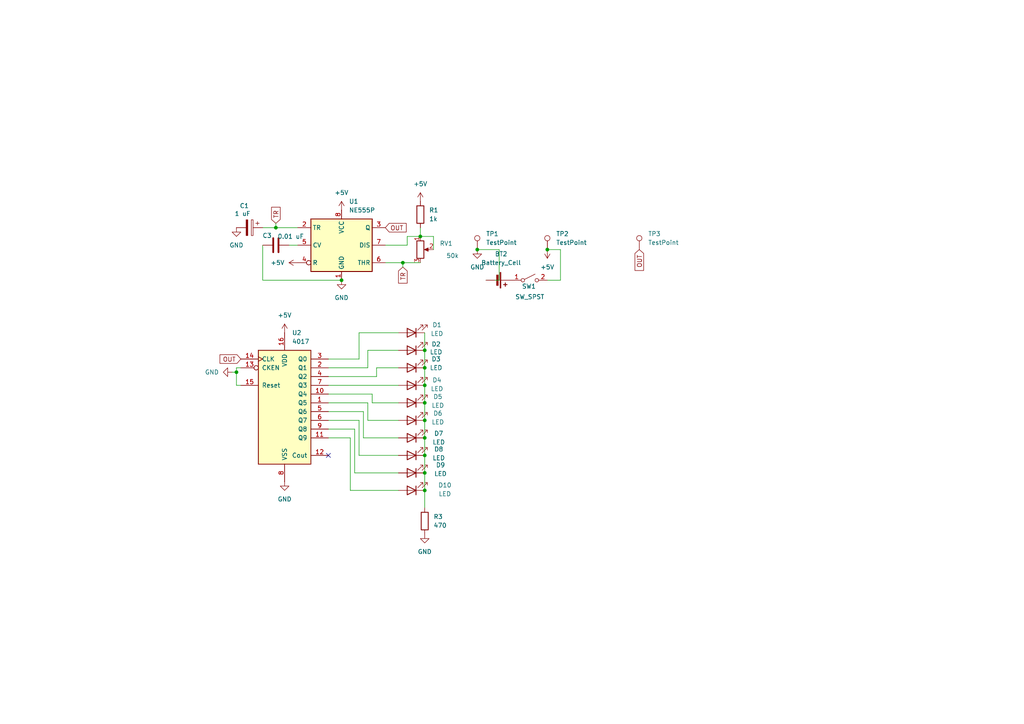
<source format=kicad_sch>
(kicad_sch (version 20250114) (generator "eeschema") (generator_version "9.0")
  (paper "A4")
  (lib_symbols
    (symbol "4xxx:4017" (pin_names (offset 1.016))
      (property "Reference" "U" (at -7.62 16.51 0))
      (property "Value" "4017" (at -7.62 -19.05 0))
      (symbol "4017_1_0"
        (pin input clock (at -12.7 12.7 0) (length 5.08) (name "CLK") (number "14"))
        (pin input inverted (at -12.7 10.16 0) (length 5.08) (name "CKEN") (number "13"))
        (pin input line (at -12.7 5.08 0) (length 5.08) (name "Reset") (number "15"))
        (pin power_in line (at 0 20.32 270) (length 5.08) (name "VDD") (number "16"))
        (pin power_in line (at 0 -22.86 90) (length 5.08) (name "VSS") (number "8"))
        (pin output line (at 12.7 12.7 180) (length 5.08) (name "Q0") (number "3"))
        (pin output line (at 12.7 10.16 180) (length 5.08) (name "Q1") (number "2"))
        (pin output line (at 12.7 7.62 180) (length 5.08) (name "Q2") (number "4"))
        (pin output line (at 12.7 5.08 180) (length 5.08) (name "Q3") (number "7"))
        (pin output line (at 12.7 2.54 180) (length 5.08) (name "Q4") (number "10"))
        (pin output line (at 12.7 0 180) (length 5.08) (name "Q5") (number "1"))
        (pin output line (at 12.7 -2.54 180) (length 5.08) (name "Q6") (number "5"))
        (pin output line (at 12.7 -5.08 180) (length 5.08) (name "Q7") (number "6"))
        (pin output line (at 12.7 -7.62 180) (length 5.08) (name "Q8") (number "9"))
        (pin output line (at 12.7 -10.16 180) (length 5.08) (name "Q9") (number "11"))
        (pin output line (at 12.7 -15.24 180) (length 5.08) (name "Cout") (number "12"))
      )
      (symbol "4017_1_1"
        (rectangle (start -7.62 15.24) (end 7.62 -17.78) (stroke (width 0.254)) (fill (type background)))
      )
    )
    (symbol "Connector:TestPoint" (pin_numbers (hide yes)) (pin_names (offset 0.762) (hide yes))
      (property "Reference" "TP" (at 0 6.858 0))
      (property "Value" "TestPoint" (at 0 5.08 0))
      (symbol "TestPoint_0_1"
        (circle (center 0 3.302) (radius 0.762))
      )
      (symbol "TestPoint_1_1"
        (pin passive line (at 0 0 90) (length 2.54) (name "1") (number "1"))
      )
    )
    (symbol "Device:Battery_Cell" (pin_numbers (hide yes)) (pin_names (offset 0) (hide yes))
      (property "Reference" "BT" (at 2.54 2.54 0))
      (property "Value" "Battery_Cell" (at 2.54 0 0))
      (symbol "Battery_Cell_0_1"
        (rectangle (start -2.286 1.778) (end 2.286 1.524) (fill (type outline)))
        (rectangle (start -1.524 1.016) (end 1.524 0.508) (fill (type outline)))
        (polyline (pts (xy 0 1.778) (xy 0 2.54)))
        (polyline (pts (xy 0 0.762) (xy 0 0)))
        (polyline (pts (xy 0.762 3.048) (xy 1.778 3.048)) (stroke (width 0.254)))
        (polyline (pts (xy 1.27 3.556) (xy 1.27 2.54)) (stroke (width 0.254)))
      )
      (symbol "Battery_Cell_1_1"
        (pin passive line (at 0 5.08 270) (length 2.54) (name "+") (number "1"))
        (pin passive line (at 0 -2.54 90) (length 2.54) (name "-") (number "2"))
      )
    )
    (symbol "Device:C" (pin_numbers (hide yes)) (pin_names (offset 0.254))
      (property "Reference" "C" (at 0.635 2.54 0))
      (property "Value" "C" (at 0.635 -2.54 0))
      (symbol "C_0_1"
        (polyline (pts (xy -2.032 0.762) (xy 2.032 0.762)) (stroke (width 0.508)))
        (polyline (pts (xy -2.032 -0.762) (xy 2.032 -0.762)) (stroke (width 0.508)))
      )
      (symbol "C_1_1"
        (pin passive line (at 0 3.81 270) (length 2.794) (name "~") (number "1"))
        (pin passive line (at 0 -3.81 90) (length 2.794) (name "~") (number "2"))
      )
    )
    (symbol "Device:C_Polarized" (pin_numbers (hide yes)) (pin_names (offset 0.254))
      (property "Reference" "C" (at 0.635 2.54 0))
      (property "Value" "C_Polarized" (at 0.635 -2.54 0))
      (symbol "C_Polarized_0_1"
        (rectangle (start -2.286 0.508) (end 2.286 1.016))
        (polyline (pts (xy -1.778 2.286) (xy -0.762 2.286)))
        (polyline (pts (xy -1.27 2.794) (xy -1.27 1.778)))
        (rectangle (start 2.286 -0.508) (end -2.286 -1.016) (fill (type outline)))
      )
      (symbol "C_Polarized_1_1"
        (pin passive line (at 0 3.81 270) (length 2.794) (name "~") (number "1"))
        (pin passive line (at 0 -3.81 90) (length 2.794) (name "~") (number "2"))
      )
    )
    (symbol "Device:LED" (pin_numbers (hide yes)) (pin_names (offset 1.016) (hide yes))
      (property "Reference" "D" (at 0 2.54 0))
      (property "Value" "LED" (at 0 -2.54 0))
      (symbol "LED_0_1"
        (polyline (pts (xy -3.048 -0.762) (xy -4.572 -2.286) (xy -3.81 -2.286) (xy -4.572 -2.286) (xy -4.572 -1.524)))
        (polyline (pts (xy -1.778 -0.762) (xy -3.302 -2.286) (xy -2.54 -2.286) (xy -3.302 -2.286) (xy -3.302 -1.524)))
        (polyline (pts (xy -1.27 0) (xy 1.27 0)))
        (polyline (pts (xy -1.27 -1.27) (xy -1.27 1.27)) (stroke (width 0.254)))
        (polyline (pts (xy 1.27 -1.27) (xy 1.27 1.27) (xy -1.27 0) (xy 1.27 -1.27)) (stroke (width 0.254)))
      )
      (symbol "LED_1_1"
        (pin passive line (at -3.81 0 0) (length 2.54) (name "K") (number "1"))
        (pin passive line (at 3.81 0 180) (length 2.54) (name "A") (number "2"))
      )
    )
    (symbol "Device:R" (pin_numbers (hide yes)) (pin_names (offset 0))
      (property "Reference" "R" (at 2.032 0 90))
      (property "Value" "R" (at 0 0 90))
      (symbol "R_0_1"
        (rectangle (start -1.016 -2.54) (end 1.016 2.54) (stroke (width 0.254)))
      )
      (symbol "R_1_1"
        (pin passive line (at 0 3.81 270) (length 1.27) (name "~") (number "1"))
        (pin passive line (at 0 -3.81 90) (length 1.27) (name "~") (number "2"))
      )
    )
    (symbol "Device:R_Potentiometer" (pin_names (offset 1.016) (hide yes))
      (property "Reference" "RV" (at -4.445 0 90))
      (property "Value" "R_Potentiometer" (at -2.54 0 90))
      (symbol "R_Potentiometer_0_1"
        (rectangle (start 1.016 2.54) (end -1.016 -2.54) (stroke (width 0.254)))
        (polyline (pts (xy 1.143 0) (xy 2.286 0.508) (xy 2.286 -0.508) (xy 1.143 0)) (fill (type outline)))
        (polyline (pts (xy 2.54 0) (xy 1.524 0)))
      )
      (symbol "R_Potentiometer_1_1"
        (pin passive line (at 0 3.81 270) (length 1.27) (name "1") (number "1"))
        (pin passive line (at 0 -3.81 90) (length 1.27) (name "3") (number "3"))
        (pin passive line (at 3.81 0 180) (length 1.27) (name "2") (number "2"))
      )
    )
    (symbol "Switch:SW_SPST" (pin_names (offset 0) (hide yes))
      (property "Reference" "SW" (at 0 3.175 0))
      (property "Value" "SW_SPST" (at 0 -2.54 0))
      (symbol "SW_SPST_0_0"
        (circle (center -2.032 0) (radius 0.508))
        (polyline (pts (xy -1.524 0.254) (xy 1.524 1.778)))
        (circle (center 2.032 0) (radius 0.508))
      )
      (symbol "SW_SPST_1_1"
        (pin passive line (at -5.08 0 0) (length 2.54) (name "A") (number "1"))
        (pin passive line (at 5.08 0 180) (length 2.54) (name "B") (number "2"))
      )
    )
    (symbol "Timer:NE555P"
      (property "Reference" "U" (at -10.16 8.89 0))
      (property "Value" "NE555P" (at 2.54 8.89 0))
      (symbol "NE555P_0_0"
        (pin power_in line (at 0 10.16 270) (length 2.54) (name "VCC") (number "8"))
        (pin power_in line (at 0 -10.16 90) (length 2.54) (name "GND") (number "1"))
      )
      (symbol "NE555P_0_1"
        (rectangle (start -8.89 -7.62) (end 8.89 7.62) (stroke (width 0.254)) (fill (type background)))
        (rectangle (start -8.89 -7.62) (end 8.89 7.62) (stroke (width 0.254)) (fill (type background)))
      )
      (symbol "NE555P_1_1"
        (pin input line (at -12.7 5.08 0) (length 3.81) (name "TR") (number "2"))
        (pin input line (at -12.7 0 0) (length 3.81) (name "CV") (number "5"))
        (pin input inverted (at -12.7 -5.08 0) (length 3.81) (name "R") (number "4"))
        (pin output line (at 12.7 5.08 180) (length 3.81) (name "Q") (number "3"))
        (pin input line (at 12.7 0 180) (length 3.81) (name "DIS") (number "7"))
        (pin input line (at 12.7 -5.08 180) (length 3.81) (name "THR") (number "6"))
      )
    )
    (symbol "power:+5V" (power) (pin_numbers (hide yes)) (pin_names (offset 0) (hide yes))
      (property "Value" "+5V" (at 0 3.556 0))
      (symbol "+5V_0_1"
        (polyline (pts (xy -0.762 1.27) (xy 0 2.54)))
        (polyline (pts (xy 0 2.54) (xy 0.762 1.27)))
        (polyline (pts (xy 0 0) (xy 0 2.54)))
      )
      (symbol "+5V_1_1"
        (pin power_in line (at 0 0 90) (length 0) (name "~") (number "1"))
      )
    )
    (symbol "power:GND" (power) (pin_numbers (hide yes)) (pin_names (offset 0) (hide yes))
      (property "Value" "GND" (at 0 -3.81 0))
      (symbol "GND_0_1"
        (polyline (pts (xy 0 0) (xy 0 -1.27) (xy 1.27 -1.27) (xy 0 -2.54) (xy -1.27 -1.27) (xy 0 -1.27)))
      )
      (symbol "GND_1_1"
        (pin power_in line (at 0 0 270) (length 0) (name "~") (number "1"))
      )
    )
  )
  (junction (at 123.19 121.92))
  (junction (at 121.92 68.58))
  (junction (at 99.06 81.28))
  (junction (at 158.75 72.39))
  (junction (at 116.84 76.2))
  (junction (at 123.19 127))
  (junction (at 123.19 101.6))
  (junction (at 138.43 72.39))
  (junction (at 123.19 142.24))
  (junction (at 123.19 116.84))
  (junction (at 123.19 132.08))
  (junction (at 123.19 111.76))
  (junction (at 123.19 137.16))
  (junction (at 68.58 107.95))
  (junction (at 123.19 106.68))
  (junction (at 80.01 66.04))
  (no_connect (at 95.25 132.08))
  (wire (pts (xy 162.56 81.28) (xy 162.56 72.39)))
  (wire (pts (xy 69.85 111.76) (xy 68.58 111.76)))
  (wire (pts (xy 158.75 81.28) (xy 162.56 81.28)))
  (wire (pts (xy 76.2 66.04) (xy 80.01 66.04)))
  (wire (pts (xy 144.78 81.28) (xy 144.78 72.39)))
  (wire (pts (xy 104.14 104.14) (xy 104.14 96.52)))
  (wire (pts (xy 123.19 116.84) (xy 123.19 121.92)))
  (wire (pts (xy 118.11 71.12) (xy 118.11 68.58)))
  (wire (pts (xy 95.25 111.76) (xy 115.57 111.76)))
  (wire (pts (xy 123.19 101.6) (xy 123.19 106.68)))
  (wire (pts (xy 121.92 66.04) (xy 121.92 68.58)))
  (wire (pts (xy 68.58 107.95) (xy 68.58 106.68)))
  (wire (pts (xy 101.6 127) (xy 101.6 142.24)))
  (wire (pts (xy 123.19 132.08) (xy 123.19 137.16)))
  (wire (pts (xy 95.25 119.38) (xy 105.41 119.38)))
  (wire (pts (xy 106.68 101.6) (xy 115.57 101.6)))
  (wire (pts (xy 109.22 106.68) (xy 115.57 106.68)))
  (wire (pts (xy 95.25 127) (xy 101.6 127)))
  (wire (pts (xy 107.95 116.84) (xy 115.57 116.84)))
  (wire (pts (xy 95.25 106.68) (xy 106.68 106.68)))
  (wire (pts (xy 67.31 107.95) (xy 68.58 107.95)))
  (wire (pts (xy 162.56 72.39) (xy 158.75 72.39)))
  (wire (pts (xy 116.84 76.2) (xy 121.92 76.2)))
  (wire (pts (xy 95.25 109.22) (xy 109.22 109.22)))
  (wire (pts (xy 111.76 76.2) (xy 116.84 76.2)))
  (wire (pts (xy 123.19 127) (xy 123.19 132.08)))
  (wire (pts (xy 107.95 114.3) (xy 107.95 116.84)))
  (wire (pts (xy 144.78 72.39) (xy 138.43 72.39)))
  (wire (pts (xy 95.25 116.84) (xy 106.68 116.84)))
  (wire (pts (xy 123.19 121.92) (xy 123.19 127)))
  (wire (pts (xy 106.68 106.68) (xy 106.68 101.6)))
  (wire (pts (xy 76.2 81.28) (xy 99.06 81.28)))
  (wire (pts (xy 95.25 121.92) (xy 104.14 121.92)))
  (wire (pts (xy 116.84 77.47) (xy 116.84 76.2)))
  (wire (pts (xy 123.19 111.76) (xy 123.19 116.84)))
  (wire (pts (xy 102.87 137.16) (xy 115.57 137.16)))
  (wire (pts (xy 80.01 64.77) (xy 80.01 66.04)))
  (wire (pts (xy 109.22 109.22) (xy 109.22 106.68)))
  (wire (pts (xy 111.76 71.12) (xy 118.11 71.12)))
  (wire (pts (xy 125.73 68.58) (xy 121.92 68.58)))
  (wire (pts (xy 104.14 132.08) (xy 115.57 132.08)))
  (wire (pts (xy 105.41 127) (xy 115.57 127)))
  (wire (pts (xy 95.25 104.14) (xy 104.14 104.14)))
  (wire (pts (xy 95.25 124.46) (xy 102.87 124.46)))
  (wire (pts (xy 104.14 96.52) (xy 115.57 96.52)))
  (wire (pts (xy 104.14 121.92) (xy 104.14 132.08)))
  (wire (pts (xy 125.73 72.39) (xy 125.73 68.58)))
  (wire (pts (xy 68.58 111.76) (xy 68.58 107.95)))
  (wire (pts (xy 123.19 137.16) (xy 123.19 142.24)))
  (wire (pts (xy 101.6 142.24) (xy 115.57 142.24)))
  (wire (pts (xy 106.68 121.92) (xy 115.57 121.92)))
  (wire (pts (xy 123.19 106.68) (xy 123.19 111.76)))
  (wire (pts (xy 105.41 119.38) (xy 105.41 127)))
  (wire (pts (xy 106.68 116.84) (xy 106.68 121.92)))
  (wire (pts (xy 123.19 142.24) (xy 123.19 147.32)))
  (wire (pts (xy 83.82 71.12) (xy 86.36 71.12)))
  (wire (pts (xy 68.58 106.68) (xy 69.85 106.68)))
  (wire (pts (xy 76.2 71.12) (xy 76.2 81.28)))
  (wire (pts (xy 102.87 124.46) (xy 102.87 137.16)))
  (wire (pts (xy 140.97 81.28) (xy 144.78 81.28)))
  (wire (pts (xy 80.01 66.04) (xy 86.36 66.04)))
  (wire (pts (xy 123.19 96.52) (xy 123.19 101.6)))
  (wire (pts (xy 118.11 68.58) (xy 121.92 68.58)))
  (wire (pts (xy 95.25 114.3) (xy 107.95 114.3)))
  (global_label "OUT" (shape input) (at 185.42 72.39 270) (property "Intersheetrefs" "${INTERSHEET_REFS}" (effects (hide yes))))
  (global_label "TR" (shape input) (at 80.01 64.77 90) (property "Intersheetrefs" "${INTERSHEET_REFS}" (effects (hide yes))))
  (global_label "OUT" (shape input) (at 69.85 104.14 180) (property "Intersheetrefs" "${INTERSHEET_REFS}" (effects (hide yes))))
  (global_label "OUT" (shape input) (at 111.76 66.04 0) (property "Intersheetrefs" "${INTERSHEET_REFS}" (effects (hide yes))))
  (global_label "TR" (shape input) (at 116.84 77.47 270) (property "Intersheetrefs" "${INTERSHEET_REFS}" (effects (hide yes))))
  (symbol (lib_id "Device:C") (at 80.01 71.12 90) (unit 1)
    (property "Reference" "C3" (at 77.47 68.326 90))
    (property "Value" "0.01 uF" (at 84.328 68.58 90))
    (property "Footprint" "Capacitor_THT:CP_Radial_D5.0mm_P2.00mm" (effects (hide yes)))
    (property "Description" "Unpolarized capacitor" (effects (hide yes)))
  )
  (symbol (lib_id "Device:LED") (at 119.38 127 180) (unit 1)
    (property "Reference" "D7" (at 127.254 125.73 0))
    (property "Value" "LED" (at 127.254 128.27 0))
    (property "Footprint" "LED_THT:LED_D3.0mm" (effects (hide yes)))
    (property "Description" "Light emitting diode" (effects (hide yes)))
    (property "Sim.Pins" "1=K 2=A" (effects (hide yes)))
  )
  (symbol (lib_id "Device:R") (at 123.19 151.13 0) (unit 1)
    (property "Reference" "R3" (at 125.73 149.8599 0) (effects (justify left)))
    (property "Value" "470" (at 125.73 152.3999 0) (effects (justify left)))
    (property "Footprint" "Resistor_THT:R_Axial_DIN0207_L6.3mm_D2.5mm_P7.62mm_Horizontal" (effects (hide yes)))
    (property "Description" "Resistor" (effects (hide yes)))
  )
  (symbol (lib_id "Timer:NE555P") (at 99.06 71.12 0) (unit 1)
    (property "Reference" "U1" (at 101.2033 58.42 0) (effects (justify left)))
    (property "Value" "NE555P" (at 101.2033 60.96 0) (effects (justify left)))
    (property "Footprint" "Package_DIP:DIP-8_W7.62mm" (effects (hide yes)))
    (property "Datasheet" "http://www.ti.com/lit/ds/symlink/ne555.pdf" (effects (hide yes)))
    (property "Description" "Precision Timers, 555 compatible,  PDIP-8" (effects (hide yes)))
  )
  (symbol (lib_id "power:+5V") (at 99.06 60.96 0) (unit 1)
    (property "Reference" "#PWR07" (effects (hide yes)))
    (property "Value" "+5V" (at 99.06 55.88 0))
    (property "Description" "Power symbol creates a global label with name \"+5V\"" (effects (hide yes)))
  )
  (symbol (lib_id "Device:LED") (at 119.38 121.92 180) (unit 1)
    (property "Reference" "D6" (at 127 119.888 0))
    (property "Value" "LED" (at 127 122.428 0))
    (property "Footprint" "LED_THT:LED_D3.0mm" (effects (hide yes)))
    (property "Description" "Light emitting diode" (effects (hide yes)))
    (property "Sim.Pins" "1=K 2=A" (effects (hide yes)))
  )
  (symbol (lib_id "Device:LED") (at 119.38 106.68 180) (unit 1)
    (property "Reference" "D3" (at 126.492 104.14 0))
    (property "Value" "LED" (at 126.492 106.68 0))
    (property "Footprint" "LED_THT:LED_D3.0mm" (effects (hide yes)))
    (property "Description" "Light emitting diode" (effects (hide yes)))
    (property "Sim.Pins" "1=K 2=A" (effects (hide yes)))
  )
  (symbol (lib_id "Device:LED") (at 119.38 116.84 180) (unit 1)
    (property "Reference" "D5" (at 127 115.062 0))
    (property "Value" "LED" (at 127 117.602 0))
    (property "Footprint" "LED_THT:LED_D3.0mm" (effects (hide yes)))
    (property "Description" "Light emitting diode" (effects (hide yes)))
    (property "Sim.Pins" "1=K 2=A" (effects (hide yes)))
  )
  (symbol (lib_id "4xxx:4017") (at 82.55 116.84 0) (unit 1)
    (property "Reference" "U2" (at 84.6933 96.52 0) (effects (justify left)))
    (property "Value" "4017" (at 84.6933 99.06 0) (effects (justify left)))
    (property "Footprint" "footprints:N16" (effects (hide yes)))
    (property "Datasheet" "http://www.intersil.com/content/dam/Intersil/documents/cd40/cd4017bms-22bms.pdf" (effects (hide yes)))
    (property "Description" "Johnson Counter ( 10 outputs )" (effects (hide yes)))
  )
  (symbol (lib_id "Device:LED") (at 119.38 111.76 180) (unit 1)
    (property "Reference" "D4" (at 126.746 110.236 0))
    (property "Value" "LED" (at 126.746 112.776 0))
    (property "Footprint" "LED_THT:LED_D3.0mm" (effects (hide yes)))
    (property "Description" "Light emitting diode" (effects (hide yes)))
    (property "Sim.Pins" "1=K 2=A" (effects (hide yes)))
  )
  (symbol (lib_id "power:+5V") (at 86.36 76.2 90) (unit 1)
    (property "Reference" "#PWR04" (effects (hide yes)))
    (property "Value" "+5V" (at 82.55 76.1999 90) (effects (justify left)))
    (property "Description" "Power symbol creates a global label with name \"+5V\"" (effects (hide yes)))
  )
  (symbol (lib_id "power:+5V") (at 121.92 58.42 0) (unit 1)
    (property "Reference" "#PWR06" (effects (hide yes)))
    (property "Value" "+5V" (at 121.92 53.34 0))
    (property "Description" "Power symbol creates a global label with name \"+5V\"" (effects (hide yes)))
  )
  (symbol (lib_id "power:GND") (at 123.19 154.94 0) (unit 1)
    (property "Reference" "#PWR011" (effects (hide yes)))
    (property "Value" "GND" (at 123.19 160.02 0))
    (property "Description" "Power symbol creates a global label with name \"GND\" , ground" (effects (hide yes)))
  )
  (symbol (lib_id "Device:C_Polarized") (at 72.39 66.04 270) (unit 1)
    (property "Reference" "C1" (at 70.866 59.69 90))
    (property "Value" "1 uF" (at 70.358 61.976 90))
    (property "Footprint" "Capacitor_THT:CP_Radial_D5.0mm_P2.00mm" (effects (hide yes)))
    (property "Description" "Polarized capacitor" (effects (hide yes)))
  )
  (symbol (lib_id "Device:Battery_Cell") (at 143.51 81.28 270) (unit 1)
    (property "Reference" "BT2" (at 145.3515 73.66 90))
    (property "Value" "Battery_Cell" (at 145.3515 76.2 90))
    (property "Footprint" "Battery:BatteryHolder_Keystone_3000_1x12mm" (effects (hide yes)))
    (property "Description" "Single-cell battery" (effects (hide yes)))
  )
  (symbol (lib_id "Device:R_Potentiometer") (at 121.92 72.39 0) (unit 1)
    (property "Reference" "RV1" (at 131.318 70.612 0) (effects (justify right)))
    (property "Value" "50k" (at 133.096 74.168 0) (effects (justify right)))
    (property "Footprint" "Resistor_THT:R_Axial_DIN0207_L6.3mm_D2.5mm_P7.62mm_Horizontal" (effects (hide yes)))
    (property "Description" "Potentiometer" (effects (hide yes)))
  )
  (symbol (lib_id "power:GND") (at 68.58 66.04 0) (unit 1)
    (property "Reference" "#PWR05" (effects (hide yes)))
    (property "Value" "GND" (at 68.58 71.12 0))
    (property "Description" "Power symbol creates a global label with name \"GND\" , ground" (effects (hide yes)))
  )
  (symbol (lib_id "power:+5V") (at 82.55 96.52 0) (unit 1)
    (property "Reference" "#PWR08" (effects (hide yes)))
    (property "Value" "+5V" (at 82.55 91.44 0))
    (property "Description" "Power symbol creates a global label with name \"+5V\"" (effects (hide yes)))
  )
  (symbol (lib_id "Connector:TestPoint") (at 138.43 72.39 0) (unit 1)
    (property "Reference" "TP1" (at 140.97 67.8179 0) (effects (justify left)))
    (property "Value" "TestPoint" (at 140.97 70.3579 0) (effects (justify left)))
    (property "Footprint" "Connector_PinSocket_2.54mm:PinSocket_1x01_P2.54mm_Vertical" (effects (hide yes)))
    (property "Description" "test point" (effects (hide yes)))
  )
  (symbol (lib_id "power:GND") (at 99.06 81.28 0) (unit 1)
    (property "Reference" "#PWR01" (effects (hide yes)))
    (property "Value" "GND" (at 99.06 86.36 0))
    (property "Description" "Power symbol creates a global label with name \"GND\" , ground" (effects (hide yes)))
  )
  (symbol (lib_id "power:GND") (at 82.55 139.7 0) (unit 1)
    (property "Reference" "#PWR09" (effects (hide yes)))
    (property "Value" "GND" (at 82.55 144.78 0))
    (property "Description" "Power symbol creates a global label with name \"GND\" , ground" (effects (hide yes)))
  )
  (symbol (lib_id "Connector:TestPoint") (at 185.42 72.39 0) (unit 1)
    (property "Reference" "TP3" (at 187.96 67.8179 0) (effects (justify left)))
    (property "Value" "TestPoint" (at 187.96 70.3579 0) (effects (justify left)))
    (property "Footprint" "Connector_PinSocket_2.54mm:PinSocket_1x01_P2.54mm_Vertical" (effects (hide yes)))
    (property "Description" "test point" (effects (hide yes)))
  )
  (symbol (lib_id "Device:LED") (at 119.38 132.08 180) (unit 1)
    (property "Reference" "D8" (at 127.254 130.302 0))
    (property "Value" "LED" (at 127.254 132.842 0))
    (property "Footprint" "LED_THT:LED_D3.0mm" (effects (hide yes)))
    (property "Description" "Light emitting diode" (effects (hide yes)))
    (property "Sim.Pins" "1=K 2=A" (effects (hide yes)))
  )
  (symbol (lib_id "Switch:SW_SPST") (at 153.67 81.28 0) (unit 1)
    (property "Reference" "SW1" (at 153.416 83.058 0))
    (property "Value" "SW_SPST" (at 153.67 86.106 0))
    (property "Footprint" "Button_Switch_THT:SW_DIP_SPSTx01_Slide_9.78x4.72mm_W7.62mm_P2.54mm" (effects (hide yes)))
    (property "Description" "Single Pole Single Throw (SPST) switch" (effects (hide yes)))
  )
  (symbol (lib_id "power:GND") (at 138.43 72.39 0) (unit 1)
    (property "Reference" "#PWR03" (effects (hide yes)))
    (property "Value" "GND" (at 138.43 77.47 0))
    (property "Description" "Power symbol creates a global label with name \"GND\" , ground" (effects (hide yes)))
  )
  (symbol (lib_id "Device:LED") (at 119.38 137.16 180) (unit 1)
    (property "Reference" "D9" (at 127.762 134.874 0))
    (property "Value" "LED" (at 127.762 137.414 0))
    (property "Footprint" "LED_THT:LED_D3.0mm" (effects (hide yes)))
    (property "Description" "Light emitting diode" (effects (hide yes)))
    (property "Sim.Pins" "1=K 2=A" (effects (hide yes)))
  )
  (symbol (lib_id "power:+5V") (at 158.75 72.39 180) (unit 1)
    (property "Reference" "#PWR02" (effects (hide yes)))
    (property "Value" "+5V" (at 158.75 77.47 0))
    (property "Description" "Power symbol creates a global label with name \"+5V\"" (effects (hide yes)))
  )
  (symbol (lib_id "Connector:TestPoint") (at 158.75 72.39 0) (unit 1)
    (property "Reference" "TP2" (at 161.29 67.8179 0) (effects (justify left)))
    (property "Value" "TestPoint" (at 161.29 70.3579 0) (effects (justify left)))
    (property "Footprint" "Connector_PinSocket_2.54mm:PinSocket_1x01_P2.54mm_Vertical" (effects (hide yes)))
    (property "Description" "test point" (effects (hide yes)))
  )
  (symbol (lib_id "Device:LED") (at 119.38 142.24 180) (unit 1)
    (property "Reference" "D10" (at 129.032 140.716 0))
    (property "Value" "LED" (at 129.032 143.256 0))
    (property "Footprint" "LED_THT:LED_D3.0mm" (effects (hide yes)))
    (property "Description" "Light emitting diode" (effects (hide yes)))
    (property "Sim.Pins" "1=K 2=A" (effects (hide yes)))
  )
  (symbol (lib_id "Device:LED") (at 119.38 101.6 180) (unit 1)
    (property "Reference" "D2" (at 126.492 99.822 0))
    (property "Value" "LED" (at 126.492 102.108 0))
    (property "Footprint" "LED_THT:LED_D3.0mm" (effects (hide yes)))
    (property "Description" "Light emitting diode" (effects (hide yes)))
    (property "Sim.Pins" "1=K 2=A" (effects (hide yes)))
  )
  (symbol (lib_id "power:GND") (at 67.31 107.95 270) (unit 1)
    (property "Reference" "#PWR010" (effects (hide yes)))
    (property "Value" "GND" (at 63.5 107.9499 90) (effects (justify right)))
    (property "Description" "Power symbol creates a global label with name \"GND\" , ground" (effects (hide yes)))
  )
  (symbol (lib_id "Device:LED") (at 119.38 96.52 180) (unit 1)
    (property "Reference" "D1" (at 126.746 94.234 0))
    (property "Value" "LED" (at 126.746 96.774 0))
    (property "Footprint" "LED_THT:LED_D3.0mm" (effects (hide yes)))
    (property "Description" "Light emitting diode" (effects (hide yes)))
    (property "Sim.Pins" "1=K 2=A" (effects (hide yes)))
  )
  (symbol (lib_id "Device:R") (at 121.92 62.23 0) (unit 1)
    (property "Reference" "R1" (at 124.46 60.9599 0) (effects (justify left)))
    (property "Value" "1k" (at 124.46 63.4999 0) (effects (justify left)))
    (property "Footprint" "Resistor_THT:R_Axial_DIN0207_L6.3mm_D2.5mm_P7.62mm_Horizontal" (effects (hide yes)))
    (property "Description" "Resistor" (effects (hide yes)))
  )
)
</source>
